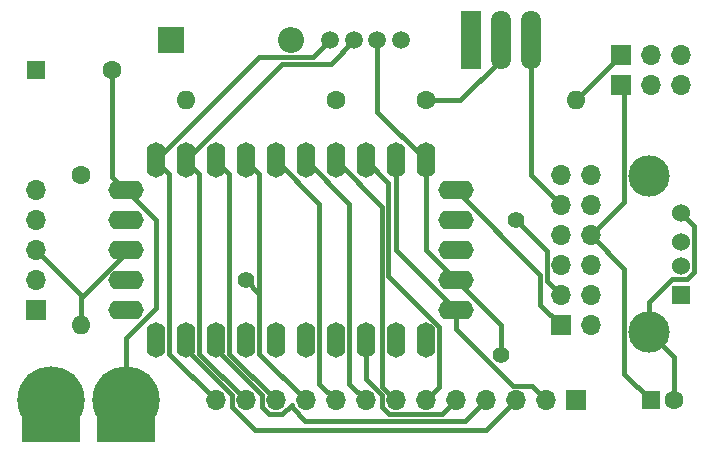
<source format=gbr>
G04 #@! TF.GenerationSoftware,KiCad,Pcbnew,5.1.7-a382d34a8~87~ubuntu20.04.1*
G04 #@! TF.CreationDate,2020-11-07T19:00:24+09:00*
G04 #@! TF.ProjectId,AKBONE2020LGT8F,414b424f-4e45-4323-9032-304c47543846,rev?*
G04 #@! TF.SameCoordinates,Original*
G04 #@! TF.FileFunction,Copper,L1,Top*
G04 #@! TF.FilePolarity,Positive*
%FSLAX46Y46*%
G04 Gerber Fmt 4.6, Leading zero omitted, Abs format (unit mm)*
G04 Created by KiCad (PCBNEW 5.1.7-a382d34a8~87~ubuntu20.04.1) date 2020-11-07 19:00:24*
%MOMM*%
%LPD*%
G01*
G04 APERTURE LIST*
G04 #@! TA.AperFunction,SMDPad,CuDef*
%ADD10R,5.000000X2.000000*%
G04 #@! TD*
G04 #@! TA.AperFunction,ComponentPad*
%ADD11R,1.600000X1.600000*%
G04 #@! TD*
G04 #@! TA.AperFunction,ComponentPad*
%ADD12C,1.600000*%
G04 #@! TD*
G04 #@! TA.AperFunction,ComponentPad*
%ADD13R,2.200000X2.200000*%
G04 #@! TD*
G04 #@! TA.AperFunction,ComponentPad*
%ADD14O,2.200000X2.200000*%
G04 #@! TD*
G04 #@! TA.AperFunction,ComponentPad*
%ADD15R,1.700000X1.700000*%
G04 #@! TD*
G04 #@! TA.AperFunction,ComponentPad*
%ADD16O,1.700000X1.700000*%
G04 #@! TD*
G04 #@! TA.AperFunction,ComponentPad*
%ADD17R,1.700000X5.000000*%
G04 #@! TD*
G04 #@! TA.AperFunction,ComponentPad*
%ADD18O,1.700000X5.000000*%
G04 #@! TD*
G04 #@! TA.AperFunction,ComponentPad*
%ADD19C,3.500000*%
G04 #@! TD*
G04 #@! TA.AperFunction,ComponentPad*
%ADD20R,1.524000X1.524000*%
G04 #@! TD*
G04 #@! TA.AperFunction,ComponentPad*
%ADD21C,1.524000*%
G04 #@! TD*
G04 #@! TA.AperFunction,ComponentPad*
%ADD22O,1.600000X1.600000*%
G04 #@! TD*
G04 #@! TA.AperFunction,ComponentPad*
%ADD23C,1.500000*%
G04 #@! TD*
G04 #@! TA.AperFunction,ComponentPad*
%ADD24O,1.600000X3.000000*%
G04 #@! TD*
G04 #@! TA.AperFunction,ComponentPad*
%ADD25O,3.000000X1.600000*%
G04 #@! TD*
G04 #@! TA.AperFunction,ComponentPad*
%ADD26C,5.700000*%
G04 #@! TD*
G04 #@! TA.AperFunction,ViaPad*
%ADD27C,1.399540*%
G04 #@! TD*
G04 #@! TA.AperFunction,Conductor*
%ADD28C,0.381000*%
G04 #@! TD*
G04 APERTURE END LIST*
D10*
X173990000Y-125730000D03*
X180340000Y-125730000D03*
D11*
X224790000Y-123190000D03*
D12*
X226790000Y-123190000D03*
D13*
X184150000Y-92710000D03*
D14*
X194310000Y-92710000D03*
D15*
X172720000Y-115570000D03*
D16*
X172720000Y-113030000D03*
X172720000Y-110490000D03*
X172720000Y-107950000D03*
X172720000Y-105410000D03*
D15*
X218440000Y-123190000D03*
D16*
X215900000Y-123190000D03*
X213360000Y-123190000D03*
X210820000Y-123190000D03*
X208280000Y-123190000D03*
X205740000Y-123190000D03*
X203200000Y-123190000D03*
X200660000Y-123190000D03*
X198120000Y-123190000D03*
X195580000Y-123190000D03*
X193040000Y-123190000D03*
X190500000Y-123190000D03*
X187960000Y-123190000D03*
D17*
X209550000Y-92710000D03*
D18*
X212090000Y-92710000D03*
X214630000Y-92710000D03*
D19*
X224620000Y-104230000D03*
X224620000Y-117370000D03*
D20*
X227330000Y-114300000D03*
D21*
X227330000Y-111800000D03*
X227330000Y-109800000D03*
X227330000Y-107300000D03*
D15*
X222250000Y-96520000D03*
D16*
X224790000Y-96520000D03*
X227330000Y-96520000D03*
X227330000Y-93980000D03*
X224790000Y-93980000D03*
D15*
X222250000Y-93980000D03*
D12*
X176530000Y-104140000D03*
D22*
X176530000Y-116840000D03*
X218440000Y-97790000D03*
D12*
X205740000Y-97790000D03*
D23*
X197660000Y-92710000D03*
X199660000Y-92710000D03*
X201660000Y-92710000D03*
X203660000Y-92710000D03*
D24*
X182880000Y-118110000D03*
X185420000Y-118110000D03*
X187960000Y-118110000D03*
X190500000Y-118110000D03*
X193040000Y-118110000D03*
X195580000Y-118110000D03*
X198120000Y-118110000D03*
X200660000Y-118110000D03*
X203200000Y-118110000D03*
X205740000Y-118110000D03*
D25*
X208280000Y-115570000D03*
X208280000Y-113030000D03*
X208280000Y-110490000D03*
X208280000Y-107950000D03*
X208280000Y-105410000D03*
D24*
X205740000Y-102870000D03*
X203200000Y-102870000D03*
X200660000Y-102870000D03*
X198120000Y-102870000D03*
X195580000Y-102870000D03*
X193040000Y-102870000D03*
X190500000Y-102870000D03*
X187960000Y-102870000D03*
X185420000Y-102870000D03*
X182880000Y-102870000D03*
D25*
X180340000Y-105410000D03*
X180340000Y-107950000D03*
X180340000Y-110490000D03*
X180340000Y-113030000D03*
X180340000Y-115570000D03*
D15*
X217170000Y-116840000D03*
D16*
X219710000Y-116840000D03*
X217170000Y-114300000D03*
X219710000Y-114300000D03*
X217170000Y-111760000D03*
X219710000Y-111760000D03*
X217170000Y-109220000D03*
X219710000Y-109220000D03*
X217170000Y-106680000D03*
X219710000Y-106680000D03*
X217170000Y-104140000D03*
X219710000Y-104140000D03*
D12*
X198120000Y-97790000D03*
D22*
X185420000Y-97790000D03*
D11*
X172720000Y-95250000D03*
D12*
X179220000Y-95250000D03*
D26*
X173990000Y-123190000D03*
X180340000Y-123190000D03*
D27*
X212090000Y-119380000D03*
X190500000Y-113030000D03*
X213360000Y-107950000D03*
D28*
X214709499Y-121999499D02*
X215900000Y-123190000D01*
X213169897Y-121999499D02*
X214709499Y-121999499D01*
X208280000Y-117109602D02*
X213169897Y-121999499D01*
X208280000Y-115570000D02*
X208280000Y-117109602D01*
X203200000Y-110490000D02*
X203200000Y-102870000D01*
X208280000Y-115570000D02*
X203200000Y-110490000D01*
X228432501Y-108402501D02*
X227330000Y-107300000D01*
X226590597Y-112902501D02*
X227859201Y-112902501D01*
X227859201Y-112902501D02*
X228432501Y-112329201D01*
X224620000Y-114873098D02*
X226590597Y-112902501D01*
X228432501Y-112329201D02*
X228432501Y-108402501D01*
X224620000Y-117370000D02*
X224620000Y-114873098D01*
X226790000Y-119540000D02*
X226790000Y-123190000D01*
X224620000Y-117370000D02*
X226790000Y-119540000D01*
X214630000Y-104140000D02*
X214630000Y-92710000D01*
X217170000Y-106680000D02*
X214630000Y-104140000D01*
X180340000Y-105410000D02*
X182880000Y-107950000D01*
X180340000Y-117882924D02*
X180340000Y-123190000D01*
X182880000Y-115342924D02*
X180340000Y-117882924D01*
X182880000Y-107950000D02*
X182880000Y-115342924D01*
X179220000Y-104290000D02*
X180340000Y-105410000D01*
X179220000Y-95250000D02*
X179220000Y-104290000D01*
X213360000Y-123190000D02*
X210820000Y-125730000D01*
X185420000Y-118860960D02*
X185420000Y-118110000D01*
X189309499Y-122750459D02*
X185420000Y-118860960D01*
X189309499Y-123761441D02*
X189309499Y-122750459D01*
X191278058Y-125730000D02*
X189309499Y-123761441D01*
X210820000Y-125730000D02*
X191278058Y-125730000D01*
X176530000Y-114300000D02*
X176530000Y-116840000D01*
X172720000Y-110490000D02*
X176530000Y-114300000D01*
X180340000Y-110717076D02*
X180340000Y-110490000D01*
X176530000Y-114527076D02*
X180340000Y-110717076D01*
X176530000Y-116840000D02*
X176530000Y-114527076D01*
X222529499Y-112039499D02*
X219710000Y-109220000D01*
X222529499Y-120929499D02*
X222529499Y-112039499D01*
X224790000Y-123190000D02*
X222529499Y-120929499D01*
X222529499Y-96799499D02*
X222250000Y-96520000D01*
X222529499Y-106400501D02*
X222529499Y-96799499D01*
X219710000Y-109220000D02*
X222529499Y-106400501D01*
X202059490Y-106809490D02*
X198120000Y-102870000D01*
X202059490Y-122049490D02*
X202059490Y-106809490D01*
X203200000Y-123190000D02*
X202059490Y-122049490D01*
X212090000Y-116840000D02*
X212090000Y-119380000D01*
X208280000Y-113030000D02*
X212090000Y-116840000D01*
X205740000Y-110490000D02*
X208280000Y-113030000D01*
X205740000Y-102870000D02*
X205740000Y-110490000D01*
X201660000Y-98790000D02*
X205740000Y-102870000D01*
X201660000Y-92710000D02*
X201660000Y-98790000D01*
X192468559Y-124380501D02*
X191849499Y-123761441D01*
X191849499Y-122750459D02*
X187960000Y-118860960D01*
X193611441Y-124380501D02*
X192468559Y-124380501D01*
X187960000Y-118860960D02*
X187960000Y-118110000D01*
X194389499Y-123602443D02*
X193611441Y-124380501D01*
X194389499Y-123761441D02*
X194389499Y-123602443D01*
X195539569Y-124911511D02*
X194389499Y-123761441D01*
X191849499Y-123761441D02*
X191849499Y-122750459D01*
X209098489Y-124911511D02*
X195539569Y-124911511D01*
X210820000Y-123190000D02*
X209098489Y-124911511D01*
X200660000Y-121400961D02*
X200660000Y-118110000D01*
X202009499Y-122750460D02*
X200660000Y-121400961D01*
X202009499Y-123761441D02*
X202009499Y-122750460D01*
X202628559Y-124380501D02*
X202009499Y-123761441D01*
X207089499Y-124380501D02*
X202628559Y-124380501D01*
X208280000Y-123190000D02*
X207089499Y-124380501D01*
X202590500Y-104800500D02*
X200660000Y-102870000D01*
X202590500Y-112647576D02*
X202590500Y-104800500D01*
X206880510Y-116937586D02*
X202590500Y-112647576D01*
X206880510Y-122049490D02*
X206880510Y-116937586D01*
X205740000Y-123190000D02*
X206880510Y-122049490D01*
X222250000Y-93980000D02*
X218440000Y-97790000D01*
X199260510Y-106550510D02*
X195580000Y-102870000D01*
X199260510Y-121790510D02*
X199260510Y-106550510D01*
X200660000Y-123190000D02*
X199260510Y-121790510D01*
X196720510Y-106550510D02*
X193040000Y-102870000D01*
X196720510Y-121790510D02*
X196720510Y-106550510D01*
X198120000Y-123190000D02*
X196720510Y-121790510D01*
X191640510Y-104010510D02*
X190500000Y-102870000D01*
X195580000Y-123190000D02*
X191640510Y-119250510D01*
X191640510Y-114170510D02*
X191640510Y-114429490D01*
X190500000Y-113030000D02*
X191640510Y-114170510D01*
X191640510Y-114429490D02*
X191640510Y-104010510D01*
X191640510Y-119250510D02*
X191640510Y-114429490D01*
X189100510Y-104010510D02*
X187960000Y-102870000D01*
X189100510Y-119250510D02*
X189100510Y-104010510D01*
X193040000Y-123190000D02*
X189100510Y-119250510D01*
X186560510Y-119250510D02*
X186560510Y-104010510D01*
X186560510Y-104010510D02*
X185420000Y-102870000D01*
X190500000Y-123190000D02*
X186560510Y-119250510D01*
X193608488Y-94681512D02*
X185420000Y-102870000D01*
X199660000Y-92710000D02*
X197688488Y-94681512D01*
X197688488Y-94681512D02*
X193608488Y-94681512D01*
X184020510Y-104010510D02*
X182880000Y-102870000D01*
X184020510Y-119250510D02*
X184020510Y-104010510D01*
X187960000Y-123190000D02*
X184020510Y-119250510D01*
X191599499Y-94150501D02*
X182880000Y-102870000D01*
X197660000Y-92710000D02*
X196219499Y-94150501D01*
X196219499Y-94150501D02*
X191599499Y-94150501D01*
X208660000Y-97790000D02*
X205740000Y-97790000D01*
X212090000Y-94360000D02*
X208660000Y-97790000D01*
X212090000Y-92710000D02*
X212090000Y-94360000D01*
X217170000Y-116840000D02*
X215448488Y-115118488D01*
X215448488Y-115118488D02*
X215448488Y-112578488D01*
X215448488Y-112578488D02*
X208280000Y-105410000D01*
X215979499Y-113109499D02*
X215979499Y-110569499D01*
X217170000Y-114300000D02*
X215979499Y-113109499D01*
X215979499Y-110569499D02*
X213360000Y-107950000D01*
M02*

</source>
